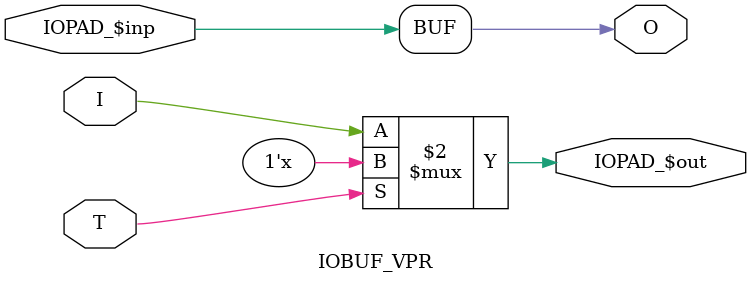
<source format=v>
module IOBUF_VPR (
    input  I,
    input  T,
    output O,
    input  IOPAD_$inp,
    output IOPAD_$out
);
  parameter [0:0] LVCMOS12_DRIVE_I12 = 1'b0;
  parameter [0:0] LVCMOS12_DRIVE_I4 = 1'b0;
  parameter [0:0] LVCMOS12_LVCMOS15_LVCMOS18_IN = 1'b0;
  parameter [0:0] LVCMOS12_LVCMOS15_LVCMOS18_LVCMOS25_LVCMOS33_LVTTL_SLEW_FAST = 1'b0;
  parameter [0:0] LVCMOS12_LVCMOS15_LVCMOS18_LVCMOS25_LVCMOS33_LVTTL_SSTL135_SSTL15_SLEW_SLOW = 1'b0;
  parameter [0:0] LVCMOS12_LVCMOS15_LVCMOS18_SSTL135_SSTL15_STEPDOWN = 1'b0;
  parameter [0:0] LVCMOS12_LVCMOS25_DRIVE_I8 = 1'b0;
  parameter [0:0] LVCMOS15_DRIVE_I12 = 1'b0;
  parameter [0:0] LVCMOS15_DRIVE_I8 = 1'b0;
  parameter [0:0] LVCMOS15_LVCMOS18_LVCMOS25_DRIVE_I4 = 1'b0;
  parameter [0:0] LVCMOS15_SSTL15_DRIVE_I16_I_FIXED = 1'b0;
  parameter [0:0] LVCMOS18_DRIVE_I12_I8 = 1'b0;
  parameter [0:0] LVCMOS18_DRIVE_I16 = 1'b0;
  parameter [0:0] LVCMOS18_DRIVE_I24 = 1'b0;
  parameter [0:0] LVCMOS25_DRIVE_I12 = 1'b0;
  parameter [0:0] LVCMOS25_DRIVE_I16 = 1'b0;
  parameter [0:0] LVCMOS25_LVCMOS33_LVTTL_IN = 1'b0;
  parameter [0:0] LVCMOS33_DRIVE_I16 = 1'b0;
  parameter [0:0] LVCMOS33_LVTTL_DRIVE_I12_I16 = 1'b0;
  parameter [0:0] LVCMOS33_LVTTL_DRIVE_I12_I8 = 1'b0;
  parameter [0:0] LVCMOS33_LVTTL_DRIVE_I4 = 1'b0;
  parameter [0:0] LVTTL_DRIVE_I24 = 1'b0;
  parameter [0:0] SSTL135_DRIVE_I_FIXED = 1'b0;
  parameter [0:0] SSTL135_SSTL15_IN = 1'b0;
  parameter [0:0] SSTL135_SSTL15_SLEW_FAST = 1'b0;
  parameter [0:0] IN_TERM_UNTUNED_SPLIT_40 = 1'b0;
  parameter [0:0] IN_TERM_UNTUNED_SPLIT_50 = 1'b0;
  parameter [0:0] IN_TERM_UNTUNED_SPLIT_60 = 1'b0;
  parameter [0:0] IBUF_LOW_PWR = 1'b0;
  parameter [0:0] PULLTYPE_PULLUP = 1'b0;
  parameter [0:0] PULLTYPE_PULLDOWN = 1'b0;
  parameter [0:0] PULLTYPE_NONE = 1'b0;
  parameter [0:0] PULLTYPE_KEEPER = 1'b0;
  parameter PULLTYPE = "";
  parameter IOSTANDARD = "";
  parameter DRIVE = 0;
  parameter SLEW = "";
  assign O = IOPAD_$inp;
  assign IOPAD_$out = (T == 1'b0) ? I : 1'bz;
endmodule
</source>
